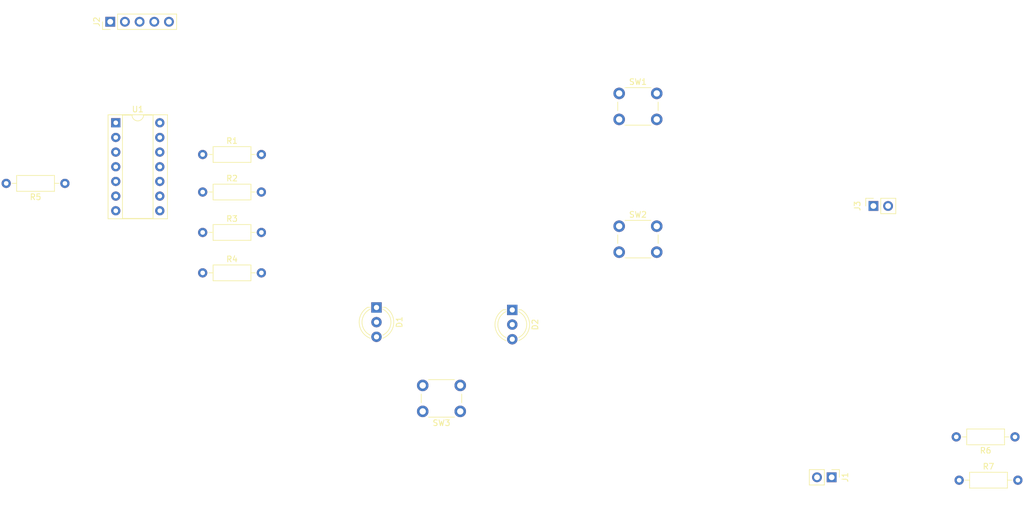
<source format=kicad_pcb>
(kicad_pcb (version 20240108) (generator "pcbnew") (generator_version "8.0")
  (layers (0 "F.Cu" signal) (31 "B.Cu" signal) (34 "B.Paste" user) (35 "F.Paste" user) (36 "B.SilkS" user "B.Silkscreen") (37 "F.SilkS" user "F.Silkscreen") (38 "B.Mask" user) (39 "F.Mask" user) (44 "Edge.Cuts" user))
  (net 0 "")
  (net 1 "Net-(D1-A2)")
  (net 2 "GND")
  (net 3 "Net-(D1-A1)")
  (net 4 "Net-(D2-A2)")
  (net 5 "Net-(D2-A1)")
  (net 6 "/CLK_OUT")
  (net 7 "/~{MCLR}")
  (net 8 "/ICSP_CLK")
  (net 9 "VDD")
  (net 10 "/ICSP_DATA")
  (net 11 "/LED_MAN_RED")
  (net 12 "/LED_MAN_GRN")
  (net 13 "/LED_AUTO_RED")
  (net 14 "/LED_AUTO_GRN")
  (net 15 "/CCP1")
  (net 16 "/~{HALT_IN}")
  (net 17 "/BUT_MODE")
  (net 18 "/BUT_UP")
  (net 19 "/BUT_DOWN")
  (footprint "Resistor_THT:R_Axial_DIN0207_L6.3mm_D2.5mm_P10.16mm_Horizontal" (layer "F.Cu") (at 212.84 138.915)
    (property "Reference" "R7" (at 5.08 -2.37 360) (layer "F.SilkS"))
    (property "Value" "2K")
    (fp_line (start 1.04 0) (end 1.81 0) (stroke (width 0.12)) (layer "F.SilkS"))
    (fp_line (start 1.81 -1.37) (end 1.81 1.37) (stroke (width 0.12)) (layer "F.SilkS"))
    (fp_line (start 1.81 1.37) (end 8.35 1.37) (stroke (width 0.12)) (layer "F.SilkS"))
    (fp_line (start 8.35 -1.37) (end 1.81 -1.37) (stroke (width 0.12)) (layer "F.SilkS"))
    (fp_line (start 8.35 1.37) (end 8.35 -1.37) (stroke (width 0.12)) (layer "F.SilkS"))
    (fp_line (start 9.12 0) (end 8.35 0) (stroke (width 0.12)) (layer "F.SilkS"))
    (pad "1" thru_hole circle (at 0 0) (size 1.6 1.6) (drill 0.8) (layers "*.Cu" "*.Mask") (net 16 "/~{HALT_IN}"))
    (pad "2" thru_hole oval (at 10.16 0) (size 1.6 1.6) (drill 0.8) (layers "*.Cu" "*.Mask") (net 9 "VDD"))
  )
  (footprint "Resistor_THT:R_Axial_DIN0207_L6.3mm_D2.5mm_P10.16mm_Horizontal" (layer "F.Cu") (at 81.92 103)
    (property "Reference" "R4" (at 5.08 -2.37 360) (layer "F.SilkS"))
    (property "Value" "1K")
    (fp_line (start 1.04 0) (end 1.81 0) (stroke (width 0.12)) (layer "F.SilkS"))
    (fp_line (start 1.81 -1.37) (end 1.81 1.37) (stroke (width 0.12)) (layer "F.SilkS"))
    (fp_line (start 1.81 1.37) (end 8.35 1.37) (stroke (width 0.12)) (layer "F.SilkS"))
    (fp_line (start 8.35 -1.37) (end 1.81 -1.37) (stroke (width 0.12)) (layer "F.SilkS"))
    (fp_line (start 8.35 1.37) (end 8.35 -1.37) (stroke (width 0.12)) (layer "F.SilkS"))
    (fp_line (start 9.12 0) (end 8.35 0) (stroke (width 0.12)) (layer "F.SilkS"))
    (pad "1" thru_hole circle (at 0 0) (size 1.6 1.6) (drill 0.8) (layers "*.Cu" "*.Mask") (net 14 "/LED_AUTO_GRN"))
    (pad "2" thru_hole oval (at 10.16 0) (size 1.6 1.6) (drill 0.8) (layers "*.Cu" "*.Mask") (net 4 "Net-(D2-A2)"))
  )
  (footprint "LED_THT:LED_D5.0mm-3" (layer "F.Cu") (at 112 109 -90)
    (property "Reference" "D1" (at 2.54 -3.96 90) (layer "F.SilkS"))
    (property "Value" "LED_MANUAL_MODE")
    (fp_line (start -0.02 1.08) (end -0.02 1.545) (stroke (width 0.12)) (layer "F.SilkS"))
    (fp_line (start -0.02 -1.545) (end -0.02 -1.08) (stroke (width 0.12)) (layer "F.SilkS"))
    (fp_arc (start 5.327815 1.080827) (mid 2.798456 2.978808) (end -0.02 1.54483) (stroke (width 0.12)) (layer "F.SilkS"))
    (fp_arc (start 4.794479 1.080429) (mid 2.539762 2.5) (end 0.285316 1.08) (stroke (width 0.12)) (layer "F.SilkS"))
    (fp_arc (start 0.285316 -1.08) (mid 2.539762 -2.5) (end 4.794479 -1.080429) (stroke (width 0.12)) (layer "F.SilkS"))
    (fp_arc (start -0.02 -1.54483) (mid 2.798456 -2.978809) (end 5.327815 -1.080827) (stroke (width 0.12)) (layer "F.SilkS"))
    (pad "1" thru_hole rect (at 0 0 270) (size 1.8 1.8) (drill 0.9) (layers "*.Cu" "*.Mask") (net 3 "Net-(D1-A1)"))
    (pad "2" thru_hole circle (at 2.54 0 270) (size 1.8 1.8) (drill 0.9) (layers "*.Cu" "*.Mask") (net 2 "GND"))
    (pad "3" thru_hole circle (at 5.08 0 270) (size 1.8 1.8) (drill 0.9) (layers "*.Cu" "*.Mask") (net 1 "Net-(D1-A2)"))
  )
  (footprint "Button_Switch_THT:SW_PUSH_6mm_H5mm" (layer "F.Cu") (at 126.5 127 180)
    (property "Reference" "SW3" (at 3.25 -2 360) (layer "F.SilkS"))
    (property "Value" "SW_MODE")
    (fp_line (start 6.75 3) (end 6.75 1.5) (stroke (width 0.12)) (layer "F.SilkS"))
    (fp_line (start 5.5 -1) (end 1 -1) (stroke (width 0.12)) (layer "F.SilkS"))
    (fp_line (start 1 5.5) (end 5.5 5.5) (stroke (width 0.12)) (layer "F.SilkS"))
    (fp_line (start -0.25 1.5) (end -0.25 3) (stroke (width 0.12)) (layer "F.SilkS"))
    (pad "1" thru_hole circle (at 0 0 270) (size 2 2) (drill 1.1) (layers "*.Cu" "*.Mask") (net 19 "/BUT_DOWN"))
    (pad "1" thru_hole circle (at 6.5 0 270) (size 2 2) (drill 1.1) (layers "*.Cu" "*.Mask") (net 19 "/BUT_DOWN"))
    (pad "2" thru_hole circle (at 0 4.5 270) (size 2 2) (drill 1.1) (layers "*.Cu" "*.Mask") (net 2 "GND"))
    (pad "2" thru_hole circle (at 6.5 4.5 270) (size 2 2) (drill 1.1) (layers "*.Cu" "*.Mask") (net 2 "GND"))
  )
  (footprint "Resistor_THT:R_Axial_DIN0207_L6.3mm_D2.5mm_P10.16mm_Horizontal" (layer "F.Cu") (at 81.92 89)
    (property "Reference" "R2" (at 5.08 -2.37 360) (layer "F.SilkS"))
    (property "Value" "1K")
    (fp_line (start 1.04 0) (end 1.81 0) (stroke (width 0.12)) (layer "F.SilkS"))
    (fp_line (start 1.81 -1.37) (end 1.81 1.37) (stroke (width 0.12)) (layer "F.SilkS"))
    (fp_line (start 1.81 1.37) (end 8.35 1.37) (stroke (width 0.12)) (layer "F.SilkS"))
    (fp_line (start 8.35 -1.37) (end 1.81 -1.37) (stroke (width 0.12)) (layer "F.SilkS"))
    (fp_line (start 8.35 1.37) (end 8.35 -1.37) (stroke (width 0.12)) (layer "F.SilkS"))
    (fp_line (start 9.12 0) (end 8.35 0) (stroke (width 0.12)) (layer "F.SilkS"))
    (pad "1" thru_hole circle (at 0 0) (size 1.6 1.6) (drill 0.8) (layers "*.Cu" "*.Mask") (net 12 "/LED_MAN_GRN"))
    (pad "2" thru_hole oval (at 10.16 0) (size 1.6 1.6) (drill 0.8) (layers "*.Cu" "*.Mask") (net 1 "Net-(D1-A2)"))
  )
  (footprint "Button_Switch_THT:SW_PUSH_6mm_H5mm" (layer "F.Cu") (at 154 71.915)
    (property "Reference" "SW1" (at 3.25 -2 360) (layer "F.SilkS"))
    (property "Value" "SW_UP")
    (fp_line (start -0.25 1.5) (end -0.25 3) (stroke (width 0.12)) (layer "F.SilkS"))
    (fp_line (start 1 5.5) (end 5.5 5.5) (stroke (width 0.12)) (layer "F.SilkS"))
    (fp_line (start 5.5 -1) (end 1 -1) (stroke (width 0.12)) (layer "F.SilkS"))
    (fp_line (start 6.75 3) (end 6.75 1.5) (stroke (width 0.12)) (layer "F.SilkS"))
    (pad "1" thru_hole circle (at 0 0 90) (size 2 2) (drill 1.1) (layers "*.Cu" "*.Mask") (net 17 "/BUT_MODE"))
    (pad "1" thru_hole circle (at 6.5 0 90) (size 2 2) (drill 1.1) (layers "*.Cu" "*.Mask") (net 17 "/BUT_MODE"))
    (pad "2" thru_hole circle (at 0 4.5 90) (size 2 2) (drill 1.1) (layers "*.Cu" "*.Mask") (net 2 "GND"))
    (pad "2" thru_hole circle (at 6.5 4.5 90) (size 2 2) (drill 1.1) (layers "*.Cu" "*.Mask") (net 2 "GND"))
  )
  (footprint "LED_THT:LED_D5.0mm-3" (layer "F.Cu") (at 135.5 109.42 -90)
    (property "Reference" "D2" (at 2.54 -3.96 90) (layer "F.SilkS"))
    (property "Value" "LED_AUTO_MODE")
    (fp_line (start -0.02 1.08) (end -0.02 1.545) (stroke (width 0.12)) (layer "F.SilkS"))
    (fp_line (start -0.02 -1.545) (end -0.02 -1.08) (stroke (width 0.12)) (layer "F.SilkS"))
    (fp_arc (start 5.327815 1.080827) (mid 2.798456 2.978808) (end -0.02 1.54483) (stroke (width 0.12)) (layer "F.SilkS"))
    (fp_arc (start 4.794479 1.080429) (mid 2.539762 2.5) (end 0.285316 1.08) (stroke (width 0.12)) (layer "F.SilkS"))
    (fp_arc (start 0.285316 -1.08) (mid 2.539762 -2.5) (end 4.794479 -1.080429) (stroke (width 0.12)) (layer "F.SilkS"))
    (fp_arc (start -0.02 -1.54483) (mid 2.798456 -2.978809) (end 5.327815 -1.080827) (stroke (width 0.12)) (layer "F.SilkS"))
    (pad "1" thru_hole rect (at 0 0 270) (size 1.8 1.8) (drill 0.9) (layers "*.Cu" "*.Mask") (net 5 "Net-(D2-A1)"))
    (pad "2" thru_hole circle (at 2.54 0 270) (size 1.8 1.8) (drill 0.9) (layers "*.Cu" "*.Mask") (net 2 "GND"))
    (pad "3" thru_hole circle (at 5.08 0 270) (size 1.8 1.8) (drill 0.9) (layers "*.Cu" "*.Mask") (net 4 "Net-(D2-A2)"))
  )
  (footprint "Button_Switch_THT:SW_PUSH_6mm_H5mm" (layer "F.Cu") (at 154 94.915)
    (property "Reference" "SW2" (at 3.25 -2 0) (layer "F.SilkS"))
    (property "Value" "SW_DOWN")
    (fp_line (start -0.25 1.5) (end -0.25 3) (stroke (width 0.12)) (layer "F.SilkS"))
    (fp_line (start 1 5.5) (end 5.5 5.5) (stroke (width 0.12)) (layer "F.SilkS"))
    (fp_line (start 5.5 -1) (end 1 -1) (stroke (width 0.12)) (layer "F.SilkS"))
    (fp_line (start 6.75 3) (end 6.75 1.5) (stroke (width 0.12)) (layer "F.SilkS"))
    (pad "1" thru_hole circle (at 0 0 90) (size 2 2) (drill 1.1) (layers "*.Cu" "*.Mask") (net 18 "/BUT_UP"))
    (pad "1" thru_hole circle (at 6.5 0 90) (size 2 2) (drill 1.1) (layers "*.Cu" "*.Mask") (net 18 "/BUT_UP"))
    (pad "2" thru_hole circle (at 0 4.5 90) (size 2 2) (drill 1.1) (layers "*.Cu" "*.Mask") (net 2 "GND"))
    (pad "2" thru_hole circle (at 6.5 4.5 90) (size 2 2) (drill 1.1) (layers "*.Cu" "*.Mask") (net 2 "GND"))
  )
  (footprint "Package_DIP:DIP-14_W7.62mm_Socket" (layer "F.Cu") (at 66.88 77)
    (property "Reference" "U1" (at 3.81 -2.33 360) (layer "F.SilkS"))
    (property "Value" "PIC16F684-IP")
    (fp_line (start -1.33 -1.39) (end -1.33 16.63) (stroke (width 0.12)) (layer "F.SilkS"))
    (fp_line (start -1.33 16.63) (end 8.95 16.63) (stroke (width 0.12)) (layer "F.SilkS"))
    (fp_line (start 1.16 -1.33) (end 1.16 16.57) (stroke (width 0.12)) (layer "F.SilkS"))
    (fp_line (start 1.16 16.57) (end 6.46 16.57) (stroke (width 0.12)) (layer "F.SilkS"))
    (fp_line (start 2.81 -1.33) (end 1.16 -1.33) (stroke (width 0.12)) (layer "F.SilkS"))
    (fp_line (start 6.46 -1.33) (end 4.81 -1.33) (stroke (width 0.12)) (layer "F.SilkS"))
    (fp_line (start 6.46 16.57) (end 6.46 -1.33) (stroke (width 0.12)) (layer "F.SilkS"))
    (fp_line (start 8.95 -1.39) (end -1.33 -1.39) (stroke (width 0.12)) (layer "F.SilkS"))
    (fp_line (start 8.95 16.63) (end 8.95 -1.39) (stroke (width 0.12)) (layer "F.SilkS"))
    (fp_arc (start 4.81 -1.33) (mid 3.81 -0.33) (end 2.81 -1.33) (stroke (width 0.12)) (layer "F.SilkS"))
    (pad "1" thru_hole rect (at 0 0) (size 1.6 1.6) (drill 0.8) (layers "*.Cu" "*.Mask") (net 9 "VDD"))
    (pad "2" thru_hole oval (at 0 2.54) (size 1.6 1.6) (drill 0.8) (layers "*.Cu" "*.Mask") (net 19 "/BUT_DOWN"))
    (pad "3" thru_hole oval (at 0 5.08) (size 1.6 1.6) (drill 0.8) (layers "*.Cu" "*.Mask") (net 18 "/BUT_UP"))
    (pad "4" thru_hole oval (at 0 7.62) (size 1.6 1.6) (drill 0.8) (layers "*.Cu" "*.Mask") (net 17 "/BUT_MODE"))
    (pad "5" thru_hole oval (at 0 10.16) (size 1.6 1.6) (drill 0.8) (layers "*.Cu" "*.Mask") (net 15 "/CCP1"))
    (pad "6" thru_hole oval (at 0 12.7) (size 1.6 1.6) (drill 0.8) (layers "*.Cu" "*.Mask"))
    (pad "7" thru_hole oval (at 0 15.24) (size 1.6 1.6) (drill 0.8) (layers "*.Cu" "*.Mask") (net 14 "/LED_AUTO_GRN"))
    (pad "8" thru_hole oval (at 7.62 15.24) (size 1.6 1.6) (drill 0.8) (layers "*.Cu" "*.Mask") (net 13 "/LED_AUTO_RED"))
    (pad "9" thru_hole oval (at 7.62 12.7) (size 1.6 1.6) (drill 0.8) (layers "*.Cu" "*.Mask") (net 12 "/LED_MAN_GRN"))
    (pad "10" thru_hole oval (at 7.62 10.16) (size 1.6 1.6) (drill 0.8) (layers "*.Cu" "*.Mask") (net 11 "/LED_MAN_RED"))
    (pad "11" thru_hole oval (at 7.62 7.62) (size 1.6 1.6) (drill 0.8) (layers "*.Cu" "*.Mask") (net 7 "/~{MCLR}"))
    (pad "12" thru_hole oval (at 7.62 5.08) (size 1.6 1.6) (drill 0.8) (layers "*.Cu" "*.Mask") (net 8 "/ICSP_CLK"))
    (pad "13" thru_hole oval (at 7.62 2.54) (size 1.6 1.6) (drill 0.8) (layers "*.Cu" "*.Mask") (net 10 "/ICSP_DATA"))
    (pad "14" thru_hole oval (at 7.62 0) (size 1.6 1.6) (drill 0.8) (layers "*.Cu" "*.Mask") (net 2 "GND"))
  )
  (footprint "Resistor_THT:R_Axial_DIN0207_L6.3mm_D2.5mm_P10.16mm_Horizontal" (layer "F.Cu") (at 222.5 131.415 180)
    (property "Reference" "R6" (at 5.08 -2.37 360) (layer "F.SilkS"))
    (property "Value" "330")
    (fp_line (start 9.12 0) (end 8.35 0) (stroke (width 0.12)) (layer "F.SilkS"))
    (fp_line (start 8.35 1.37) (end 8.35 -1.37) (stroke (width 0.12)) (layer "F.SilkS"))
    (fp_line (start 8.35 -1.37) (end 1.81 -1.37) (stroke (width 0.12)) (layer "F.SilkS"))
    (fp_line (start 1.81 1.37) (end 8.35 1.37) (stroke (width 0.12)) (layer "F.SilkS"))
    (fp_line (start 1.81 -1.37) (end 1.81 1.37) (stroke (width 0.12)) (layer "F.SilkS"))
    (fp_line (start 1.04 0) (end 1.81 0) (stroke (width 0.12)) (layer "F.SilkS"))
    (pad "1" thru_hole circle (at 0 0 180) (size 1.6 1.6) (drill 0.8) (layers "*.Cu" "*.Mask") (net 7 "/~{MCLR}"))
    (pad "2" thru_hole oval (at 10.16 0 180) (size 1.6 1.6) (drill 0.8) (layers "*.Cu" "*.Mask") (net 16 "/~{HALT_IN}"))
  )
  (footprint "Resistor_THT:R_Axial_DIN0207_L6.3mm_D2.5mm_P10.16mm_Horizontal" (layer "F.Cu") (at 58.08 87.5 180)
    (property "Reference" "R5" (at 5.08 -2.37 360) (layer "F.SilkS"))
    (property "Value" "330")
    (fp_line (start 9.12 0) (end 8.35 0) (stroke (width 0.12)) (layer "F.SilkS"))
    (fp_line (start 8.35 1.37) (end 8.35 -1.37) (stroke (width 0.12)) (layer "F.SilkS"))
    (fp_line (start 8.35 -1.37) (end 1.81 -1.37) (stroke (width 0.12)) (layer "F.SilkS"))
    (fp_line (start 1.81 1.37) (end 8.35 1.37) (stroke (width 0.12)) (layer "F.SilkS"))
    (fp_line (start 1.81 -1.37) (end 1.81 1.37) (stroke (width 0.12)) (layer "F.SilkS"))
    (fp_line (start 1.04 0) (end 1.81 0) (stroke (width 0.12)) (layer "F.SilkS"))
    (pad "1" thru_hole circle (at 0 0 180) (size 1.6 1.6) (drill 0.8) (layers "*.Cu" "*.Mask") (net 15 "/CCP1"))
    (pad "2" thru_hole oval (at 10.16 0 180) (size 1.6 1.6) (drill 0.8) (layers "*.Cu" "*.Mask") (net 6 "/CLK_OUT"))
  )
  (footprint "Resistor_THT:R_Axial_DIN0207_L6.3mm_D2.5mm_P10.16mm_Horizontal" (layer "F.Cu") (at 81.92 82.5)
    (property "Reference" "R1" (at 5.08 -2.37 360) (layer "F.SilkS"))
    (property "Value" "1K")
    (fp_line (start 1.04 0) (end 1.81 0) (stroke (width 0.12)) (layer "F.SilkS"))
    (fp_line (start 1.81 -1.37) (end 1.81 1.37) (stroke (width 0.12)) (layer "F.SilkS"))
    (fp_line (start 1.81 1.37) (end 8.35 1.37) (stroke (width 0.12)) (layer "F.SilkS"))
    (fp_line (start 8.35 -1.37) (end 1.81 -1.37) (stroke (width 0.12)) (layer "F.SilkS"))
    (fp_line (start 8.35 1.37) (end 8.35 -1.37) (stroke (width 0.12)) (layer "F.SilkS"))
    (fp_line (start 9.12 0) (end 8.35 0) (stroke (width 0.12)) (layer "F.SilkS"))
    (pad "1" thru_hole circle (at 0 0) (size 1.6 1.6) (drill 0.8) (layers "*.Cu" "*.Mask") (net 11 "/LED_MAN_RED"))
    (pad "2" thru_hole oval (at 10.16 0) (size 1.6 1.6) (drill 0.8) (layers "*.Cu" "*.Mask") (net 3 "Net-(D1-A1)"))
  )
  (footprint "Connector_PinSocket_2.54mm:PinSocket_1x02_P2.54mm_Vertical" (layer "F.Cu") (at 198 91.415 90)
    (property "Reference" "J3" (at 0 -2.77 90) (layer "F.SilkS"))
    (property "Value" "CON_POWER")
    (fp_line (start 1.33 -1.33) (end 1.33 0) (stroke (width 0.12)) (layer "F.SilkS"))
    (fp_line (start 0 -1.33) (end 1.33 -1.33) (stroke (width 0.12)) (layer "F.SilkS"))
    (fp_line (start 1.33 1.27) (end 1.33 3.87) (stroke (width 0.12)) (layer "F.SilkS"))
    (fp_line (start -1.33 1.27) (end 1.33 1.27) (stroke (width 0.12)) (layer "F.SilkS"))
    (fp_line (start -1.33 1.27) (end -1.33 3.87) (stroke (width 0.12)) (layer "F.SilkS"))
    (fp_line (start -1.33 3.87) (end 1.33 3.87) (stroke (width 0.12)) (layer "F.SilkS"))
    (pad "1" thru_hole rect (at 0 0 90) (size 1.7 1.7) (drill 1) (layers "*.Cu" "*.Mask") (net 9 "VDD"))
    (pad "2" thru_hole oval (at 0 2.54 90) (size 1.7 1.7) (drill 1) (layers "*.Cu" "*.Mask") (net 2 "GND"))
  )
  (footprint "Resistor_THT:R_Axial_DIN0207_L6.3mm_D2.5mm_P10.16mm_Horizontal" (layer "F.Cu") (at 81.92 96)
    (property "Reference" "R3" (at 5.08 -2.37 360) (layer "F.SilkS"))
    (property "Value" "1K")
    (fp_line (start 1.04 0) (end 1.81 0) (stroke (width 0.12)) (layer "F.SilkS"))
    (fp_line (start 1.81 -1.37) (end 1.81 1.37) (stroke (width 0.12)) (layer "F.SilkS"))
    (fp_line (start 1.81 1.37) (end 8.35 1.37) (stroke (width 0.12)) (layer "F.SilkS"))
    (fp_line (start 8.35 -1.37) (end 1.81 -1.37) (stroke (width 0.12)) (layer "F.SilkS"))
    (fp_line (start 8.35 1.37) (end 8.35 -1.37) (stroke (width 0.12)) (layer "F.SilkS"))
    (fp_line (start 9.12 0) (end 8.35 0) (stroke (width 0.12)) (layer "F.SilkS"))
    (pad "1" thru_hole circle (at 0 0) (size 1.6 1.6) (drill 0.8) (layers "*.Cu" "*.Mask") (net 13 "/LED_AUTO_RED"))
    (pad "2" thru_hole oval (at 10.16 0) (size 1.6 1.6) (drill 0.8) (layers "*.Cu" "*.Mask") (net 5 "Net-(D2-A1)"))
  )
  (footprint "Connector_PinHeader_2.54mm:PinHeader_1x02_P2.54mm_Vertical" (layer "F.Cu") (at 190.775 138.415 -90)
    (property "Reference" "J1" (at 0 -2.33 90) (layer "F.SilkS"))
    (property "Value" "CON_GEN_OUT")
    (fp_line (start -1.33 3.87) (end 1.33 3.87) (stroke (width 0.12)) (layer "F.SilkS"))
    (fp_line (start -1.33 1.27) (end -1.33 3.87) (stroke (width 0.12)) (layer "F.SilkS"))
    (fp_line (start -1.33 1.27) (end 1.33 1.27) (stroke (width 0.12)) (layer "F.SilkS"))
    (fp_line (start 1.33 1.27) (end 1.33 3.87) (stroke (width 0.12)) (layer "F.SilkS"))
    (fp_line (start -1.33 0) (end -1.33 -1.33) (stroke (width 0.12)) (layer "F.SilkS"))
    (fp_line (start -1.33 -1.33) (end 0 -1.33) (stroke (width 0.12)) (layer "F.SilkS"))
    (pad "1" thru_hole rect (at 0 0 270) (size 1.7 1.7) (drill 1) (layers "*.Cu" "*.Mask") (net 2 "GND"))
    (pad "2" thru_hole oval (at 0 2.54 270) (size 1.7 1.7) (drill 1) (layers "*.Cu" "*.Mask") (net 6 "/CLK_OUT"))
  )
  (footprint "Connector_PinHeader_2.54mm:PinHeader_1x05_P2.54mm_Vertical" (layer "F.Cu") (at 65.925 59.5 90)
    (property "Reference" "J2" (at 0 -2.33 90) (layer "F.SilkS"))
    (property "Value" "CON_ICSP")
    (fp_line (start -1.33 -1.33) (end 0 -1.33) (stroke (width 0.12)) (layer "F.SilkS"))
    (fp_line (start -1.33 0) (end -1.33 -1.33) (stroke (width 0.12)) (layer "F.SilkS"))
    (fp_line (start 1.33 1.27) (end 1.33 11.49) (stroke (width 0.12)) (layer "F.SilkS"))
    (fp_line (start -1.33 1.27) (end 1.33 1.27) (stroke (width 0.12)) (layer "F.SilkS"))
    (fp_line (start -1.33 1.27) (end -1.33 11.49) (stroke (width 0.12)) (layer "F.SilkS"))
    (fp_line (start -1.33 11.49) (end 1.33 11.49) (stroke (width 0.12)) (layer "F.SilkS"))
    (pad "1" thru_hole rect (at 0 0 90) (size 1.7 1.7) (drill 1) (layers "*.Cu" "*.Mask") (net 7 "/~{MCLR}"))
    (pad "2" thru_hole oval (at 0 2.54 90) (size 1.7 1.7) (drill 1) (layers "*.Cu" "*.Mask") (net 9 "VDD"))
    (pad "3" thru_hole oval (at 0 5.08 90) (size 1.7 1.7) (drill 1) (layers "*.Cu" "*.Mask") (net 2 "GND"))
    (pad "4" thru_hole oval (at 0 7.62 90) (size 1.7 1.7) (drill 1) (layers "*.Cu" "*.Mask") (net 10 "/ICSP_DATA"))
    (pad "5" thru_hole oval (at 0 10.16 90) (size 1.7 1.7) (drill 1) (layers "*.Cu" "*.Mask") (net 8 "/ICSP_CLK"))
  )
)
</source>
